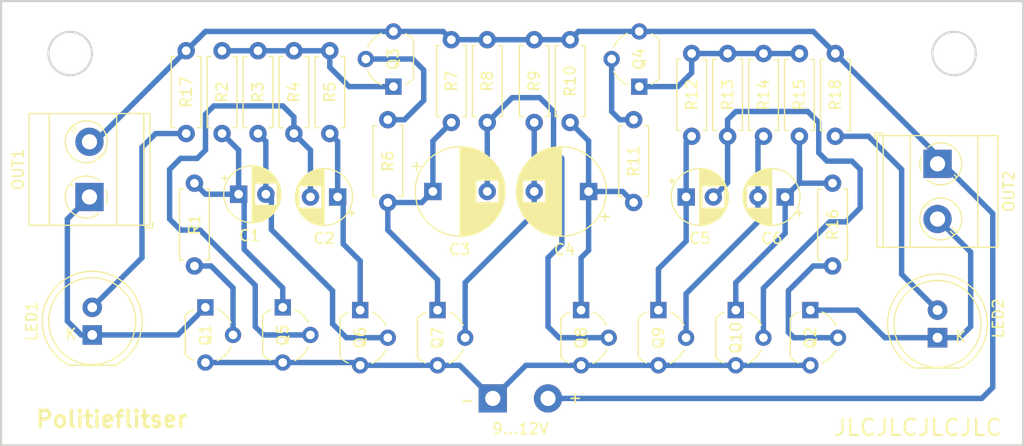
<source format=kicad_pcb>
(kicad_pcb (version 20221018) (generator pcbnew)
  (layers (0 "F.Cu" signal) (31 "B.Cu" signal) (34 "B.Paste" user) (35 "F.Paste" user) (36 "B.SilkS" user "B.Silkscreen") (37 "F.SilkS" user "F.Silkscreen") (38 "B.Mask" user) (39 "F.Mask" user) (44 "Edge.Cuts" user))
  (net 0 "")
  (net 1 "Net-(Q5-C)")
  (net 2 "Net-(Q6-B)")
  (net 3 "Net-(Q6-C)")
  (net 4 "Net-(Q5-B)")
  (net 5 "Net-(Q7-C)")
  (net 6 "Net-(Q8-B)")
  (net 7 "Net-(Q8-C)")
  (net 8 "Net-(Q7-B)")
  (net 9 "Net-(Q9-C)")
  (net 10 "Net-(Q10-B)")
  (net 11 "Net-(Q10-C)")
  (net 12 "Net-(Q9-B)")
  (net 13 "GND")
  (net 14 "+12V")
  (net 15 "Net-(D1-K)")
  (net 16 "Net-(D1-A)")
  (net 17 "Net-(Q1-B)")
  (net 18 "Net-(Q2-B)")
  (net 19 "Net-(Q3-C)")
  (net 20 "Net-(Q3-B)")
  (net 21 "Net-(Q4-C)")
  (net 22 "Net-(Q4-B)")
  (net 23 "Net-(D2-K)")
  (net 24 "Net-(D2-A)")
  (footprint "TerminalBlock_MetzConnect:TerminalBlock_MetzConnect_Type073_RT02602HBLU_1x02_P5.08mm_Horizontal" (layer "F.Cu") (at 108.966 39.365 -90)
    (fp_text reference "OUT2" (at 2.54 -6.56 90) (layer "F.SilkS"))
    (fp_text value "OUTPUT2")
    (pad "1" thru_hole rect (at 0 0 270) (size 2.6 2.6) (drill 1.4) (layers "*.Cu" "*.Mask") (net 14 "+12V"))
    (pad "2" thru_hole circle (at 5.08 0 270) (size 2.6 2.6) (drill 1.4) (layers "*.Cu" "*.Mask") (net 15 "Net-(D1-K)"))
  )
  (footprint "Resistor_THT:R_Axial_DIN0207_L6.3mm_D2.5mm_P7.62mm_Horizontal" (layer "F.Cu") (at 99.314 41.148 -90)
    (fp_text reference "R16" (at 3.81 0 90) (layer "F.SilkS"))
    (fp_text value "1k")
    (pad "1" thru_hole circle (at 0 0 270) (size 1.6 1.6) (drill 0.8) (layers "*.Cu" "*.Mask") (net 11 "Net-(Q10-C)"))
    (pad "2" thru_hole oval (at 7.62 0 270) (size 1.6 1.6) (drill 0.8) (layers "*.Cu" "*.Mask") (net 18 "Net-(Q2-B)"))
  )
  (footprint "Capacitor_THT:CP_Radial_D8.0mm_P5.00mm" (layer "F.Cu") (at 62.564 41.91)
    (fp_text reference "C3" (at 2.46 5.334) (layer "F.SilkS"))
    (fp_text value "100u")
    (pad "1" thru_hole rect (at 0 0) (size 1.6 1.6) (drill 0.8) (layers "*.Cu" "*.Mask") (net 5 "Net-(Q7-C)"))
    (pad "2" thru_hole circle (at 5 0) (size 1.6 1.6) (drill 0.8) (layers "*.Cu" "*.Mask") (net 6 "Net-(Q8-B)"))
  )
  (footprint "Capacitor_THT:CP_Radial_D5.0mm_P2.50mm" (layer "F.Cu") (at 94.956 42.418 180)
    (fp_text reference "C6" (at 1.23 -3.81) (layer "F.SilkS"))
    (fp_text value "10u")
    (pad "1" thru_hole rect (at 0 0 180) (size 1.6 1.6) (drill 0.8) (layers "*.Cu" "*.Mask") (net 11 "Net-(Q10-C)"))
    (pad "2" thru_hole circle (at 2.5 0 180) (size 1.6 1.6) (drill 0.8) (layers "*.Cu" "*.Mask") (net 12 "Net-(Q9-B)"))
  )
  (footprint "Resistor_THT:R_Axial_DIN0207_L6.3mm_D2.5mm_P7.62mm_Horizontal" (layer "F.Cu") (at 75.184 27.94 -90)
    (fp_text reference "R10" (at 3.81 0 90) (layer "F.SilkS"))
    (fp_text value "4k7")
    (pad "1" thru_hole circle (at 0 0 270) (size 1.6 1.6) (drill 0.8) (layers "*.Cu" "*.Mask") (net 14 "+12V"))
    (pad "2" thru_hole oval (at 7.62 0 270) (size 1.6 1.6) (drill 0.8) (layers "*.Cu" "*.Mask") (net 7 "Net-(Q8-C)"))
  )
  (footprint "Package_TO_SOT_THT:TO-92_Wide" (layer "F.Cu") (at 90.416 52.832 -90)
    (fp_text reference "Q10" (at 2.54 -0.008 90) (layer "F.SilkS"))
    (fp_text value "BC547")
    (pad "1" thru_hole rect (at 0 0 270) (size 1.5 1.5) (drill 0.8) (layers "*.Cu" "*.Mask") (net 11 "Net-(Q10-C)"))
    (pad "2" thru_hole circle (at 2.54 -2.54 270) (size 1.5 1.5) (drill 0.8) (layers "*.Cu" "*.Mask") (net 10 "Net-(Q10-B)"))
    (pad "3" thru_hole circle (at 5.08 0 270) (size 1.5 1.5) (drill 0.8) (layers "*.Cu" "*.Mask") (net 13 "GND"))
  )
  (footprint "Resistor_THT:R_Axial_DIN0207_L6.3mm_D2.5mm_P7.62mm_Horizontal" (layer "F.Cu") (at 89.662 29.21 -90)
    (fp_text reference "R13" (at 3.81 0 90) (layer "F.SilkS"))
    (fp_text value "33k")
    (pad "1" thru_hole circle (at 0 0 270) (size 1.6 1.6) (drill 0.8) (layers "*.Cu" "*.Mask") (net 21 "Net-(Q4-C)"))
    (pad "2" thru_hole oval (at 7.62 0 270) (size 1.6 1.6) (drill 0.8) (layers "*.Cu" "*.Mask") (net 10 "Net-(Q10-B)"))
  )
  (footprint "Resistor_THT:R_Axial_DIN0207_L6.3mm_D2.5mm_P7.62mm_Horizontal" (layer "F.Cu") (at 39.878 28.956 -90)
    (fp_text reference "R17" (at 3.81 0 90) (layer "F.SilkS"))
    (fp_text value "470")
    (pad "1" thru_hole circle (at 0 0 270) (size 1.6 1.6) (drill 0.8) (layers "*.Cu" "*.Mask") (net 14 "+12V"))
    (pad "2" thru_hole oval (at 7.62 0 270) (size 1.6 1.6) (drill 0.8) (layers "*.Cu" "*.Mask") (net 24 "Net-(D2-A)"))
  )
  (footprint "Resistor_THT:R_Axial_DIN0207_L6.3mm_D2.5mm_P7.62mm_Horizontal" (layer "F.Cu") (at 92.964 29.21 -90)
    (fp_text reference "R14" (at 3.81 0 90) (layer "F.SilkS"))
    (fp_text value "33k")
    (pad "1" thru_hole circle (at 0 0 270) (size 1.6 1.6) (drill 0.8) (layers "*.Cu" "*.Mask") (net 21 "Net-(Q4-C)"))
    (pad "2" thru_hole oval (at 7.62 0 270) (size 1.6 1.6) (drill 0.8) (layers "*.Cu" "*.Mask") (net 12 "Net-(Q9-B)"))
  )
  (footprint "Resistor_THT:R_Axial_DIN0207_L6.3mm_D2.5mm_P7.62mm_Horizontal" (layer "F.Cu") (at 99.568 29.21 -90)
    (fp_text reference "R18" (at 3.81 0 90) (layer "F.SilkS"))
    (fp_text value "470")
    (pad "1" thru_hole circle (at 0 0 270) (size 1.6 1.6) (drill 0.8) (layers "*.Cu" "*.Mask") (net 14 "+12V"))
    (pad "2" thru_hole oval (at 7.62 0 270) (size 1.6 1.6) (drill 0.8) (layers "*.Cu" "*.Mask") (net 16 "Net-(D1-A)"))
  )
  (footprint "Package_TO_SOT_THT:TO-92_Wide" (layer "F.Cu") (at 58.936 32.258 90)
    (fp_text reference "Q3" (at 2.54 -0.008 90) (layer "F.SilkS"))
    (fp_text value "BC327")
    (pad "1" thru_hole rect (at 0 0 90) (size 1.5 1.5) (drill 0.8) (layers "*.Cu" "*.Mask") (net 19 "Net-(Q3-C)"))
    (pad "2" thru_hole circle (at 2.54 -2.54 90) (size 1.5 1.5) (drill 0.8) (layers "*.Cu" "*.Mask") (net 20 "Net-(Q3-B)"))
    (pad "3" thru_hole circle (at 5.08 0 90) (size 1.5 1.5) (drill 0.8) (layers "*.Cu" "*.Mask") (net 14 "+12V"))
  )
  (footprint "Capacitor_THT:CP_Radial_D5.0mm_P2.50mm" (layer "F.Cu") (at 44.704 42.164)
    (fp_text reference "C1" (at 1.016 3.81) (layer "F.SilkS"))
    (fp_text value "10u")
    (pad "1" thru_hole rect (at 0 0) (size 1.6 1.6) (drill 0.8) (layers "*.Cu" "*.Mask") (net 1 "Net-(Q5-C)"))
    (pad "2" thru_hole circle (at 2.5 0) (size 1.6 1.6) (drill 0.8) (layers "*.Cu" "*.Mask") (net 2 "Net-(Q6-B)"))
  )
  (footprint "Package_TO_SOT_THT:TO-92_Wide" (layer "F.Cu") (at 81.542 32.258 90)
    (fp_text reference "Q4" (at 2.54 -0.008 90) (layer "F.SilkS"))
    (fp_text value "BC327")
    (pad "1" thru_hole rect (at 0 0 90) (size 1.5 1.5) (drill 0.8) (layers "*.Cu" "*.Mask") (net 21 "Net-(Q4-C)"))
    (pad "2" thru_hole circle (at 2.54 -2.54 90) (size 1.5 1.5) (drill 0.8) (layers "*.Cu" "*.Mask") (net 22 "Net-(Q4-B)"))
    (pad "3" thru_hole circle (at 5.08 0 90) (size 1.5 1.5) (drill 0.8) (layers "*.Cu" "*.Mask") (net 14 "+12V"))
  )
  (footprint "Capacitor_THT:CP_Radial_D5.0mm_P2.50mm" (layer "F.Cu") (at 53.808 42.418 180)
    (fp_text reference "C2" (at 1.23 -3.81) (layer "F.SilkS"))
    (fp_text value "10u")
    (pad "1" thru_hole rect (at 0 0 180) (size 1.6 1.6) (drill 0.8) (layers "*.Cu" "*.Mask") (net 3 "Net-(Q6-C)"))
    (pad "2" thru_hole circle (at 2.5 0 180) (size 1.6 1.6) (drill 0.8) (layers "*.Cu" "*.Mask") (net 4 "Net-(Q5-B)"))
  )
  (footprint "Resistor_THT:R_Axial_DIN0207_L6.3mm_D2.5mm_P7.62mm_Horizontal" (layer "F.Cu") (at 64.262 27.94 -90)
    (fp_text reference "R7" (at 3.81 0 90) (layer "F.SilkS"))
    (fp_text value "4k7")
    (pad "1" thru_hole circle (at 0 0 270) (size 1.6 1.6) (drill 0.8) (layers "*.Cu" "*.Mask") (net 14 "+12V"))
    (pad "2" thru_hole oval (at 7.62 0 270) (size 1.6 1.6) (drill 0.8) (layers "*.Cu" "*.Mask") (net 5 "Net-(Q7-C)"))
  )
  (footprint "Package_TO_SOT_THT:TO-92_Wide" (layer "F.Cu") (at 48.76 52.578 -90)
    (fp_text reference "Q5" (at 2.55 -0.008 90) (layer "F.SilkS"))
    (fp_text value "BC547")
    (pad "1" thru_hole rect (at 0 0 270) (size 1.5 1.5) (drill 0.8) (layers "*.Cu" "*.Mask") (net 1 "Net-(Q5-C)"))
    (pad "2" thru_hole circle (at 2.54 -2.54 270) (size 1.5 1.5) (drill 0.8) (layers "*.Cu" "*.Mask") (net 4 "Net-(Q5-B)"))
    (pad "3" thru_hole circle (at 5.08 0 270) (size 1.5 1.5) (drill 0.8) (layers "*.Cu" "*.Mask") (net 13 "GND"))
  )
  (footprint "LED_THT:LED_D8.0mm" (layer "F.Cu") (at 31.242 55.118 90)
    (fp_text reference "LED1" (at 1.27 -5.56 90) (layer "F.SilkS"))
    (fp_text value "LED")
    (pad "1" thru_hole rect (at 0 0 90) (size 1.8 1.8) (drill 0.9) (layers "*.Cu" "*.Mask") (net 23 "Net-(D2-K)"))
    (pad "2" thru_hole circle (at 2.54 0 90) (size 1.8 1.8) (drill 0.9) (layers "*.Cu" "*.Mask") (net 24 "Net-(D2-A)"))
  )
  (footprint "Package_TO_SOT_THT:TO-92_Wide" (layer "F.Cu") (at 55.88 52.832 -90)
    (fp_text reference "Q6" (at 2.54 0 90) (layer "F.SilkS"))
    (fp_text value "BC547")
    (pad "1" thru_hole rect (at 0 0 270) (size 1.5 1.5) (drill 0.8) (layers "*.Cu" "*.Mask") (net 3 "Net-(Q6-C)"))
    (pad "2" thru_hole circle (at 2.54 -2.54 270) (size 1.5 1.5) (drill 0.8) (layers "*.Cu" "*.Mask") (net 2 "Net-(Q6-B)"))
    (pad "3" thru_hole circle (at 5.08 0 270) (size 1.5 1.5) (drill 0.8) (layers "*.Cu" "*.Mask") (net 13 "GND"))
  )
  (footprint "Capacitor_THT:CP_Radial_D5.0mm_P2.50mm" (layer "F.Cu") (at 85.852 42.418)
    (fp_text reference "C5" (at 1.27 3.81) (layer "F.SilkS"))
    (fp_text value "10u")
    (pad "1" thru_hole rect (at 0 0) (size 1.6 1.6) (drill 0.8) (layers "*.Cu" "*.Mask") (net 9 "Net-(Q9-C)"))
    (pad "2" thru_hole circle (at 2.5 0) (size 1.6 1.6) (drill 0.8) (layers "*.Cu" "*.Mask") (net 10 "Net-(Q10-B)"))
  )
  (footprint "Package_TO_SOT_THT:TO-92_Wide" (layer "F.Cu") (at 76.192 52.832 -90)
    (fp_text reference "Q8" (at 2.55 -0.008 90) (layer "F.SilkS"))
    (fp_text value "BC547")
    (pad "1" thru_hole rect (at 0 0 270) (size 1.5 1.5) (drill 0.8) (layers "*.Cu" "*.Mask") (net 7 "Net-(Q8-C)"))
    (pad "2" thru_hole circle (at 2.54 -2.54 270) (size 1.5 1.5) (drill 0.8) (layers "*.Cu" "*.Mask") (net 6 "Net-(Q8-B)"))
    (pad "3" thru_hole circle (at 5.08 0 270) (size 1.5 1.5) (drill 0.8) (layers "*.Cu" "*.Mask") (net 13 "GND"))
  )
  (footprint "Package_TO_SOT_THT:TO-92_Wide" (layer "F.Cu") (at 41.648 52.578 -90)
    (fp_text reference "Q1" (at 2.54 -0.008 90) (layer "F.SilkS"))
    (fp_text value "BC337")
    (pad "1" thru_hole rect (at 0 0 270) (size 1.5 1.5) (drill 0.8) (layers "*.Cu" "*.Mask") (net 23 "Net-(D2-K)"))
    (pad "2" thru_hole circle (at 2.54 -2.54 270) (size 1.5 1.5) (drill 0.8) (layers "*.Cu" "*.Mask") (net 17 "Net-(Q1-B)"))
    (pad "3" thru_hole circle (at 5.08 0 270) (size 1.5 1.5) (drill 0.8) (layers "*.Cu" "*.Mask") (net 13 "GND"))
  )
  (footprint "Package_TO_SOT_THT:TO-92_Wide" (layer "F.Cu") (at 83.304 52.832 -90)
    (fp_text reference "Q9" (at 2.55 -0.008 90) (layer "F.SilkS"))
    (fp_text value "BC547")
    (pad "1" thru_hole rect (at 0 0 270) (size 1.5 1.5) (drill 0.8) (layers "*.Cu" "*.Mask") (net 9 "Net-(Q9-C)"))
    (pad "2" thru_hole circle (at 2.54 -2.54 270) (size 1.5 1.5) (drill 0.8) (layers "*.Cu" "*.Mask") (net 12 "Net-(Q9-B)"))
    (pad "3" thru_hole circle (at 5.08 0 270) (size 1.5 1.5) (drill 0.8) (layers "*.Cu" "*.Mask") (net 13 "GND"))
  )
  (footprint "Capacitor_THT:CP_Radial_D8.0mm_P5.00mm" (layer "F.Cu") (at 76.882 41.91 180)
    (fp_text reference "C4" (at 2.206 -5.334) (layer "F.SilkS"))
    (fp_text value "100u")
    (pad "1" thru_hole rect (at 0 0 180) (size 1.6 1.6) (drill 0.8) (layers "*.Cu" "*.Mask") (net 7 "Net-(Q8-C)"))
    (pad "2" thru_hole circle (at 5 0 180) (size 1.6 1.6) (drill 0.8) (layers "*.Cu" "*.Mask") (net 8 "Net-(Q7-B)"))
  )
  (footprint "Resistor_THT:R_Axial_DIN0207_L6.3mm_D2.5mm_P7.62mm_Horizontal" (layer "F.Cu") (at 58.42 35.306 -90)
    (fp_text reference "R6" (at 3.81 0 90) (layer "F.SilkS"))
    (fp_text value "1k")
    (pad "1" thru_hole circle (at 0 0 270) (size 1.6 1.6) (drill 0.8) (layers "*.Cu" "*.Mask") (net 20 "Net-(Q3-B)"))
    (pad "2" thru_hole oval (at 7.62 0 270) (size 1.6 1.6) (drill 0.8) (layers "*.Cu" "*.Mask") (net 5 "Net-(Q7-C)"))
  )
  (footprint "Resistor_THT:R_Axial_DIN0207_L6.3mm_D2.5mm_P7.62mm_Horizontal" (layer "F.Cu") (at 96.266 29.21 -90)
    (fp_text reference "R15" (at 3.81 0 90) (layer "F.SilkS"))
    (fp_text value "4k7")
    (pad "1" thru_hole circle (at 0 0 270) (size 1.6 1.6) (drill 0.8) (layers "*.Cu" "*.Mask") (net 21 "Net-(Q4-C)"))
    (pad "2" thru_hole oval (at 7.62 0 270) (size 1.6 1.6) (drill 0.8) (layers "*.Cu" "*.Mask") (net 11 "Net-(Q10-C)"))
  )
  (footprint "LED_THT:LED_D8.0mm" (layer "F.Cu") (at 108.966 55.372 90)
    (fp_text reference "LED2" (at 1.778 5.588 90) (layer "F.SilkS"))
    (fp_text value "LED")
    (pad "1" thru_hole rect (at 0 0 90) (size 1.8 1.8) (drill 0.9) (layers "*.Cu" "*.Mask") (net 15 "Net-(D1-K)"))
    (pad "2" thru_hole circle (at 2.54 0 90) (size 1.8 1.8) (drill 0.9) (layers "*.Cu" "*.Mask") (net 16 "Net-(D1-A)"))
  )
  (footprint "Resistor_THT:R_Axial_DIN0207_L6.3mm_D2.5mm_P7.62mm_Horizontal" (layer "F.Cu") (at 71.882 27.94 -90)
    (fp_text reference "R9" (at 3.81 0 90) (layer "F.SilkS"))
    (fp_text value "33k")
    (pad "1" thru_hole circle (at 0 0 270) (size 1.6 1.6) (drill 0.8) (layers "*.Cu" "*.Mask") (net 14 "+12V"))
    (pad "2" thru_hole oval (at 7.62 0 270) (size 1.6 1.6) (drill 0.8) (layers "*.Cu" "*.Mask") (net 8 "Net-(Q7-B)"))
  )
  (footprint "Resistor_THT:R_Axial_DIN0207_L6.3mm_D2.5mm_P7.62mm_Horizontal" (layer "F.Cu") (at 43.18 28.956 -90)
    (fp_text reference "R2" (at 3.81 0 90) (layer "F.SilkS"))
    (fp_text value "4K7")
    (pad "1" thru_hole circle (at 0 0 270) (size 1.6 1.6) (drill 0.8) (layers "*.Cu" "*.Mask") (net 19 "Net-(Q3-C)"))
    (pad "2" thru_hole oval (at 7.62 0 270) (size 1.6 1.6) (drill 0.8) (layers "*.Cu" "*.Mask") (net 1 "Net-(Q5-C)"))
  )
  (footprint "Resistor_THT:R_Axial_DIN0207_L6.3mm_D2.5mm_P7.62mm_Horizontal" (layer "F.Cu") (at 49.784 28.956 -90)
    (fp_text reference "R4" (at 3.81 0 90) (layer "F.SilkS"))
    (fp_text value "33K")
    (pad "1" thru_hole circle (at 0 0 270) (size 1.6 1.6) (drill 0.8) (layers "*.Cu" "*.Mask") (net 19 "Net-(Q3-C)"))
    (pad "2" thru_hole oval (at 7.62 0 270) (size 1.6 1.6) (drill 0.8) (layers "*.Cu" "*.Mask") (net 4 "Net-(Q5-B)"))
  )
  (footprint "Resistor_THT:R_Axial_DIN0207_L6.3mm_D2.5mm_P7.62mm_Horizontal" (layer "F.Cu") (at 81.026 42.926 90)
    (fp_text reference "R11" (at 3.81 0 90) (layer "F.SilkS"))
    (fp_text value "1k")
    (pad "1" thru_hole circle (at 0 0 90) (size 1.6 1.6) (drill 0.8) (layers "*.Cu" "*.Mask") (net 7 "Net-(Q8-C)"))
    (pad "2" thru_hole oval (at 7.62 0 90) (size 1.6 1.6) (drill 0.8) (layers "*.Cu" "*.Mask") (net 22 "Net-(Q4-B)"))
  )
  (footprint "Resistor_THT:R_Axial_DIN0207_L6.3mm_D2.5mm_P7.62mm_Horizontal" (layer "F.Cu") (at 46.482 28.956 -90)
    (fp_text reference "R3" (at 3.81 0 90) (layer "F.SilkS"))
    (fp_text value "33K")
    (pad "1" thru_hole circle (at 0 0 270) (size 1.6 1.6) (drill 0.8) (layers "*.Cu" "*.Mask") (net 19 "Net-(Q3-C)"))
    (pad "2" thru_hole oval (at 7.62 0 270) (size 1.6 1.6) (drill 0.8) (layers "*.Cu" "*.Mask") (net 2 "Net-(Q6-B)"))
  )
  (footprint "Resistor_THT:R_Axial_DIN0207_L6.3mm_D2.5mm_P7.62mm_Horizontal" (layer "F.Cu") (at 67.564 27.94 -90)
    (fp_text reference "R8" (at 3.81 0 90) (layer "F.SilkS"))
    (fp_text value "33k")
    (pad "1" thru_hole circle (at 0 0 270) (size 1.6 1.6) (drill 0.8) (layers "*.Cu" "*.Mask") (net 14 "+12V"))
    (pad "2" thru_hole oval (at 7.62 0 270) (size 1.6 1.6) (drill 0.8) (layers "*.Cu" "*.Mask") (net 6 "Net-(Q8-B)"))
  )
  (footprint "Package_TO_SOT_THT:TO-92_Wide" (layer "F.Cu") (at 97.274 52.832 -90)
    (fp_text reference "Q2" (at 2.54 -0.008 90) (layer "F.SilkS"))
    (fp_text value "BC337")
    (pad "1" thru_hole rect (at 0 0 270) (size 1.5 1.5) (drill 0.8) (layers "*.Cu" "*.Mask") (net 15 "Net-(D1-K)"))
    (pad "2" thru_hole circle (at 2.54 -2.54 270) (size 1.5 1.5) (drill 0.8) (layers "*.Cu" "*.Mask") (net 18 "Net-(Q2-B)"))
    (pad "3" thru_hole circle (at 5.08 0 270) (size 1.5 1.5) (drill 0.8) (layers "*.Cu" "*.Mask") (net 13 "GND"))
  )
  (footprint "Package_TO_SOT_THT:TO-92_Wide" (layer "F.Cu") (at 62.992 52.832 -90)
    (fp_text reference "Q7" (at 2.55 0 90) (layer "F.SilkS"))
    (fp_text value "BC547")
    (pad "1" thru_hole rect (at 0 0 270) (size 1.5 1.5) (drill 0.8) (layers "*.Cu" "*.Mask") (net 5 "Net-(Q7-C)"))
    (pad "2" thru_hole circle (at 2.54 -2.54 270) (size 1.5 1.5) (drill 0.8) (layers "*.Cu" "*.Mask") (net 8 "Net-(Q7-B)"))
    (pad "3" thru_hole circle (at 5.08 0 270) (size 1.5 1.5) (drill 0.8) (layers "*.Cu" "*.Mask") (net 13 "GND"))
  )
  (footprint "TerminalBlock_MetzConnect:TerminalBlock_MetzConnect_Type073_RT02602HBLU_1x02_P5.08mm_Horizontal" (layer "F.Cu") (at 68.072 60.96)
    (fp_text reference "9...12V" (at 2.54 2.794) (layer "F.SilkS"))
    (fp_text value "12V")
    (pad "1" thru_hole rect (at 0 0) (size 2.6 2.6) (drill 1.4) (layers "*.Cu" "*.Mask") (net 13 "GND"))
    (pad "2" thru_hole circle (at 5.08 0) (size 2.6 2.6) (drill 1.4) (layers "*.Cu" "*.Mask") (net 14 "+12V"))
  )
  (footprint "Resistor_THT:R_Axial_DIN0207_L6.3mm_D2.5mm_P7.62mm_Horizontal" (layer "F.Cu") (at 53.086 28.956 -90)
    (fp_text reference "R5" (at 3.81 0 90) (layer "F.SilkS"))
    (fp_text value "4k7")
    (pad "1" thru_hole circle (at 0 0 270) (size 1.6 1.6) (drill 0.8) (layers "*.Cu" "*.Mask") (net 19 "Net-(Q3-C)"))
    (pad "2" thru_hole oval (at 7.62 0 270) (size 1.6 1.6) (drill 0.8) (layers "*.Cu" "*.Mask") (net 3 "Net-(Q6-C)"))
  )
  (footprint "Resistor_THT:R_Axial_DIN0207_L6.3mm_D2.5mm_P7.62mm_Horizontal" (layer "F.Cu") (at 40.64 48.768 90)
    (fp_text reference "R1" (at 3.81 0 90) (layer "F.SilkS"))
    (fp_text value "1K")
    (pad "1" thru_hole circle (at 0 0 90) (size 1.6 1.6) (drill 0.8) (layers "*.Cu" "*.Mask") (net 17 "Net-(Q1-B)"))
    (pad "2" thru_hole oval (at 7.62 0 90) (size 1.6 1.6) (drill 0.8) (layers "*.Cu" "*.Mask") (net 1 "Net-(Q5-C)"))
  )
  (footprint "Resistor_THT:R_Axial_DIN0207_L6.3mm_D2.5mm_P7.62mm_Horizontal" (layer "F.Cu") (at 86.36 29.21 -90)
    (fp_text reference "R12" (at 3.81 0 90) (layer "F.SilkS"))
    (fp_text value "4k7")
    (pad "1" thru_hole circle (at 0 0 270) (size 1.6 1.6) (drill 0.8) (layers "*.Cu" "*.Mask") (net 21 "Net-(Q4-C)"))
    (pad "2" thru_hole oval (at 7.62 0 270) (size 1.6 1.6) (drill 0.8) (layers "*.Cu" "*.Mask") (net 9 "Net-(Q9-C)"))
  )
  (footprint "TerminalBlock_MetzConnect:TerminalBlock_MetzConnect_Type073_RT02602HBLU_1x02_P5.08mm_Horizontal" (layer "F.Cu") (at 30.988 42.418 90)
    (fp_text reference "OUT1" (at 2.54 -6.56 90) (layer "F.SilkS"))
    (fp_text value "OUTPUT1")
    (pad "1" thru_hole rect (at 0 0 90) (size 2.6 2.6) (drill 1.4) (layers "*.Cu" "*.Mask") (net 23 "Net-(D2-K)"))
    (pad "2" thru_hole circle (at 5.08 0 90) (size 2.6 2.6) (drill 1.4) (layers "*.Cu" "*.Mask") (net 14 "+12V"))
  )
  (gr_circle (center 110.49 29.21) (end 112.49 29.21) (stroke (width 0.2)) (fill none) (layer "Edge.Cuts"))
  (gr_rect (start 22.86 24.384) (end 116.84 65.278) (stroke (width 0.2)) (fill none) (layer "Edge.Cuts"))
  (gr_circle (center 29.21 29.21) (end 31.21 29.21) (stroke (width 0.2)) (fill none) (layer "Edge.Cuts"))
  (gr_text "+" (at 74.93 61.468) (layer "F.SilkS") (effects (font (size 1 1)) (justify left bottom)))
  (gr_text "JLCJLCJLCJLC" (at 99.314 64.516) (layer "F.SilkS") (effects (font (size 1.5 1.5) (thickness 0.2)) (justify left bottom)))
  (gr_text "-" (at 65.024 61.722) (layer "F.SilkS") (effects (font (size 1 1)) (justify left bottom)))
  (gr_text "Politieflitser" (at 25.908 63.754) (layer "F.SilkS") (effects (font (size 1.5 1.5) (thickness 0.3) bold) (justify left bottom)))
  (gr_text "K" (at 28.702 55.626) (layer "F.SilkS") (effects (font (size 1 1)) (justify left bottom)))
  (gr_text "K" (at 110.49 55.88) (layer "F.SilkS") (effects (font (size 1 1)) (justify left bottom)))
  (segment (start 48.76 50.792) (end 48.76 52.578) (width 0.5) (layer "B.Cu") (net 1))
  (segment (start 44.704 38.1) (end 43.18 36.576) (width 0.5) (layer "B.Cu") (net 1))
  (segment (start 41.656 42.164) (end 44.704 42.164) (width 0.5) (layer "B.Cu") (net 1))
  (segment (start 45.212 42.164) (end 45.212 47.244) (width 0.5) (layer "B.Cu") (net 1))
  (segment (start 45.212 47.244) (end 48.76 50.792) (width 0.5) (layer "B.Cu") (net 1))
  (segment (start 44.704 42.164) (end 44.704 38.1) (width 0.5) (layer "B.Cu") (net 1))
  (segment (start 44.918 42.164) (end 45.212 42.164) (width 0.5) (layer "B.Cu") (net 1))
  (segment (start 40.64 41.148) (end 41.656 42.164) (width 0.5) (layer "B.Cu") (net 1))
  (segment (start 53.34 54.102) (end 54.61 55.372) (width 0.5) (layer "B.Cu") (net 2))
  (segment (start 47.204 42.164) (end 47.204 37.298) (width 0.5) (layer "B.Cu") (net 2))
  (segment (start 54.61 55.372) (end 58.666 55.372) (width 0.5) (layer "B.Cu") (net 2))
  (segment (start 53.34 51.054) (end 53.34 54.102) (width 0.5) (layer "B.Cu") (net 2))
  (segment (start 47.712 42.164) (end 47.712 45.426) (width 0.5) (layer "B.Cu") (net 2))
  (segment (start 47.204 37.298) (end 46.482 36.576) (width 0.5) (layer "B.Cu") (net 2))
  (segment (start 47.712 45.426) (end 53.34 51.054) (width 0.5) (layer "B.Cu") (net 2))
  (segment (start 55.88 48.3) (end 55.88 52.832) (width 0.5) (layer "B.Cu") (net 3))
  (segment (start 53.808 37.298) (end 53.086 36.576) (width 0.5) (layer "B.Cu") (net 3))
  (segment (start 53.808 42.418) (end 53.808 37.298) (width 0.5) (layer "B.Cu") (net 3))
  (segment (start 54.316 42.418) (end 54.316 46.736) (width 0.5) (layer "B.Cu") (net 3))
  (segment (start 54.316 46.736) (end 55.88 48.3) (width 0.5) (layer "B.Cu") (net 3))
  (segment (start 39.37 38.862) (end 40.894 38.862) (width 0.5) (layer "B.Cu") (net 4))
  (segment (start 50.792 55.118) (end 46.99 55.118) (width 0.5) (layer "B.Cu") (net 4))
  (segment (start 51.308 42.418) (end 51.308 38.1) (width 0.5) (layer "B.Cu") (net 4))
  (segment (start 41.148 45.466) (end 39.37 45.466) (width 0.5) (layer "B.Cu") (net 4))
  (segment (start 41.656 38.1) (end 41.656 34.798) (width 0.5) (layer "B.Cu") (net 4))
  (segment (start 46.228 54.356) (end 46.228 50.546) (width 0.5) (layer "B.Cu") (net 4))
  (segment (start 38.354 44.45) (end 38.354 39.878) (width 0.5) (layer "B.Cu") (net 4))
  (segment (start 46.228 50.546) (end 41.148 45.466) (width 0.5) (layer "B.Cu") (net 4))
  (segment (start 42.418 34.036) (end 48.768 34.036) (width 0.5) (layer "B.Cu") (net 4))
  (segment (start 39.37 45.466) (end 38.354 44.45) (width 0.5) (layer "B.Cu") (net 4))
  (segment (start 40.894 38.862) (end 41.656 38.1) (width 0.5) (layer "B.Cu") (net 4))
  (segment (start 48.768 34.036) (end 49.784 35.052) (width 0.5) (layer "B.Cu") (net 4))
  (segment (start 49.784 35.052) (end 49.784 36.576) (width 0.5) (layer "B.Cu") (net 4))
  (segment (start 46.99 55.118) (end 46.228 54.356) (width 0.5) (layer "B.Cu") (net 4))
  (segment (start 51.308 38.1) (end 49.784 36.576) (width 0.5) (layer "B.Cu") (net 4))
  (segment (start 41.656 34.798) (end 42.418 34.036) (width 0.5) (layer "B.Cu") (net 4))
  (segment (start 38.354 39.878) (end 39.37 38.862) (width 0.5) (layer "B.Cu") (net 4))
  (segment (start 58.42 42.926) (end 58.42 45.466) (width 0.5) (layer "B.Cu") (net 5))
  (segment (start 62.564 37.258) (end 64.262 35.56) (width 0.5) (layer "B.Cu") (net 5))
  (segment (start 62.992 50.038) (end 62.992 52.832) (width 0.5) (layer "B.Cu") (net 5))
  (segment (start 58.42 42.926) (end 61.548 42.926) (width 0.5) (layer "B.Cu") (net 5))
  (segment (start 61.548 42.926) (end 62.564 41.91) (width 0.5) (layer "B.Cu") (net 5))
  (segment (start 62.564 41.91) (end 62.564 37.258) (width 0.5) (layer "B.Cu") (net 5))
  (segment (start 58.42 45.466) (end 62.992 50.038) (width 0.5) (layer "B.Cu") (net 5))
  (segment (start 73.66 34.544) (end 73.66 38.1) (width 0.5) (layer "B.Cu") (net 6))
  (segment (start 74.422 38.862) (end 74.422 46.736) (width 0.5) (layer "B.Cu") (net 6))
  (segment (start 78.732 55.372) (end 74.168 55.372) (width 0.5) (layer "B.Cu") (net 6))
  (segment (start 73.152 48.006) (end 73.152 54.356) (width 0.5) (layer "B.Cu") (net 6))
  (segment (start 69.85 33.274) (end 72.39 33.274) (width 0.5) (layer "B.Cu") (net 6))
  (segment (start 74.422 46.736) (end 73.152 48.006) (width 0.5) (layer "B.Cu") (net 6))
  (segment (start 72.39 33.274) (end 73.66 34.544) (width 0.5) (layer "B.Cu") (net 6))
  (segment (start 67.564 41.91) (end 67.564 35.56) (width 0.5) (layer "B.Cu") (net 6))
  (segment (start 67.564 35.56) (end 69.85 33.274) (width 0.5) (layer "B.Cu") (net 6))
  (segment (start 73.66 38.1) (end 74.422 38.862) (width 0.5) (layer "B.Cu") (net 6))
  (segment (start 73.152 54.356) (end 74.168 55.372) (width 0.5) (layer "B.Cu") (net 6))
  (segment (start 76.192 48.014) (end 76.192 52.832) (width 0.5) (layer "B.Cu") (net 7))
  (segment (start 76.882 41.91) (end 80.01 41.91) (width 0.5) (layer "B.Cu") (net 7))
  (segment (start 76.882 41.91) (end 76.882 47.324) (width 0.5) (layer "B.Cu") (net 7))
  (segment (start 76.882 41.91) (end 76.882 37.258) (width 0.5) (layer "B.Cu") (net 7))
  (segment (start 80.01 41.91) (end 81.026 42.926) (width 0.5) (layer "B.Cu") (net 7))
  (segment (start 76.882 37.258) (end 75.184 35.56) (width 0.5) (layer "B.Cu") (net 7))
  (segment (start 76.882 47.324) (end 76.192 48.014) (width 0.5) (layer "B.Cu") (net 7))
  (segment (start 71.882 41.91) (end 71.882 35.56) (width 0.5) (layer "B.Cu") (net 8))
  (segment (start 65.532 50.292) (end 71.882 43.942) (width 0.5) (layer "B.Cu") (net 8))
  (segment (start 65.532 55.372) (end 65.532 50.292) (width 0.5) (layer "B.Cu") (net 8))
  (segment (start 71.882 43.942) (end 71.882 41.91) (width 0.5) (layer "B.Cu") (net 8))
  (segment (start 83.304 52.832) (end 83.304 49.03) (width 0.5) (layer "B.Cu") (net 9))
  (segment (start 86.36 36.83) (end 85.852 37.338) (width 0.5) (layer "B.Cu") (net 9))
  (segment (start 85.852 46.482) (end 85.852 42.418) (width 0.5) (layer "B.Cu") (net 9))
  (segment (start 85.852 37.338) (end 85.852 42.418) (width 0.5) (layer "B.Cu") (net 9))
  (segment (start 85.852 46.482) (end 83.304 49.03) (width 0.5) (layer "B.Cu") (net 9))
  (segment (start 92.956 55.372) (end 92.956 50.808) (width 0.5) (layer "B.Cu") (net 10))
  (segment (start 99.06 44.704) (end 100.584 44.704) (width 0.5) (layer "B.Cu") (net 10))
  (segment (start 101.854 43.434) (end 101.854 39.878) (width 0.5) (layer "B.Cu") (net 10))
  (segment (start 100.584 44.704) (end 101.854 43.434) (width 0.5) (layer "B.Cu") (net 10))
  (segment (start 98.044 35.56) (end 97.028 34.544) (width 0.5) (layer "B.Cu") (net 10))
  (segment (start 101.092 39.116) (end 98.806 39.116) (width 0.5) (layer "B.Cu") (net 10))
  (segment (start 89.662 41.108) (end 88.86 41.91) (width 0.5) (layer "B.Cu") (net 10))
  (segment (start 98.044 38.354) (end 98.044 35.56) (width 0.5) (layer "B.Cu") (net 10))
  (segment (start 97.028 34.544) (end 90.424 34.544) (width 0.5) (layer "B.Cu") (net 10))
  (segment (start 90.424 34.544) (end 89.662 35.306) (width 0.5) (layer "B.Cu") (net 10))
  (segment (start 89.662 36.83) (end 89.662 41.108) (width 0.5) (layer "B.Cu") (net 10))
  (segment (start 89.662 35.306) (end 89.662 36.83) (width 0.5) (layer "B.Cu") (net 10))
  (segment (start 98.806 39.116) (end 98.044 38.354) (width 0.5) (layer "B.Cu") (net 10))
  (segment (start 92.956 50.808) (end 99.06 44.704) (width 0.5) (layer "B.Cu") (net 10))
  (segment (start 101.854 39.878) (end 101.092 39.116) (width 0.5) (layer "B.Cu") (net 10))
  (segment (start 94.956 42.418) (end 96.226 41.148) (width 0.5) (layer "B.Cu") (net 11))
  (segment (start 90.416 50.3) (end 94.956 45.76) (width 0.5) (layer "B.Cu") (net 11))
  (segment (start 96.226 41.148) (end 96.306 41.148) (width 0.5) (layer "B.Cu") (net 11))
  (segment (start 90.416 50.3) (end 90.416 52.832) (width 0.5) (layer "B.Cu") (net 11))
  (segment (start 96.306 41.148) (end 99.314 41.148) (width 0.5) (layer "B.Cu") (net 11))
  (segment (start 94.956 45.76) (end 94.956 42.418) (width 0.5) (layer "B.Cu") (net 11))
  (segment (start 96.266 41.108) (end 96.306 41.148) (width 0.5) (layer "B.Cu") (net 11))
  (segment (start 96.266 36.83) (end 96.266 41.108) (width 0.5) (layer "B.Cu") (net 11))
  (segment (start 92.456 42.418) (end 92.456 37.338) (width 0.5) (layer "B.Cu") (net 12))
  (segment (start 92.456 44.704) (end 92.456 42.418) (width 0.5) (layer "B.Cu") (net 12))
  (segment (start 85.844 51.316) (end 92.456 44.704) (width 0.5) (layer "B.Cu") (net 12))
  (segment (start 92.456 37.338) (end 92.964 36.83) (width 0.5) (layer "B.Cu") (net 12))
  (segment (start 85.844 51.316) (end 85.844 55.372) (width 0.5) (layer "B.Cu") (net 12))
  (segment (start 83.304 57.912) (end 90.416 57.912) (width 0.5) (layer "B.Cu") (net 13))
  (segment (start 71.12 57.912) (end 68.072 60.96) (width 0.5) (layer "B.Cu") (net 13))
  (segment (start 48.252 57.658) (end 55.872 57.658) (width 0.5) (layer "B.Cu") (net 13))
  (segment (start 65.024 57.912) (end 68.072 60.96) (width 0.5) (layer "B.Cu") (net 13))
  (segment (start 56.126 57.912) (end 62.992 57.912) (width 0.5) (layer "B.Cu") (net 13))
  (segment (start 62.992 57.912) (end 65.024 57.912) (width 0.5) (layer "B.Cu") (net 13))
  (segment (start 90.416 57.912) (end 97.274 57.912) (width 0.5) (layer "B.Cu") (net 13))
  (segment (start 55.872 57.658) (end 56.126 57.912) (width 0.5) (layer "B.Cu") (net 13))
  (segment (start 76.192 57.912) (end 71.12 57.912) (width 0.5) (layer "B.Cu") (net 13))
  (segment (start 41.14 57.658) (end 48.252 57.658) (width 0.5) (layer "B.Cu") (net 13))
  (segment (start 76.192 57.912) (end 83.304 57.912) (width 0.5) (layer "B.Cu") (net 13))
  (segment (start 39.878 28.956) (end 31.496 37.338) (width 0.5) (layer "B.Cu") (net 14))
  (segment (start 67.564 27.94) (end 64.262 27.94) (width 0.5) (layer "B.Cu") (net 14))
  (segment (start 109.469 39.365) (end 114.046 43.942) (width 0.5) (layer "B.Cu") (net 14))
  (segment (start 31.496 37.338) (end 30.988 37.338) (width 0.5) (layer "B.Cu") (net 14))
  (segment (start 113.03 60.96) (end 114.046 59.944) (width 0.5) (layer "B.Cu") (net 14))
  (segment (start 73.152 60.96) (end 113.03 60.96) (width 0.5) (layer "B.Cu") (net 14))
  (segment (start 75.184 27.94) (end 75.946 27.178) (width 0.5) (layer "B.Cu") (net 14))
  (segment (start 108.966 38.608) (end 99.568 29.21) (width 0.5) (layer "B.Cu") (net 14))
  (segment (start 63.5 27.178) (end 64.262 27.94) (width 0.5) (layer "B.Cu") (net 14))
  (segment (start 59.19 27.178) (end 63.5 27.178) (width 0.5) (layer "B.Cu") (net 14))
  (segment (start 97.536 27.178) (end 81.542 27.178) (width 0.5) (layer "B.Cu") (net 14))
  (segment (start 97.536 27.178) (end 99.568 29.21) (width 0.5) (layer "B.Cu") (net 14))
  (segment (start 71.882 27.94) (end 67.564 27.94) (width 0.5) (layer "B.Cu") (net 14))
  (segment (start 108.966 39.365) (end 108.966 38.608) (width 0.5) (layer "B.Cu") (net 14))
  (segment (start 75.946 27.178) (end 81.542 27.178) (width 0.5) (layer "B.Cu") (net 14))
  (segment (start 108.966 39.365) (end 109.469 39.365) (width 0.5) (layer "B.Cu") (net 14))
  (segment (start 75.184 27.94) (end 71.882 27.94) (width 0.5) (layer "B.Cu") (net 14))
  (segment (start 41.656 27.178) (end 39.878 28.956) (width 0.5) (layer "B.Cu") (net 14))
  (segment (start 58.936 27.178) (end 41.656 27.178) (width 0.5) (layer "B.Cu") (net 14))
  (segment (start 114.046 43.942) (end 114.046 59.944) (width 0.5) (layer "B.Cu") (net 14))
  (segment (start 104.14 55.372) (end 101.6 52.832) (width 0.5) (layer "B.Cu") (net 15))
  (segment (start 108.966 44.445) (end 112.014 47.493) (width 0.5) (layer "B.Cu") (net 15))
  (segment (start 97.274 52.832) (end 101.6 52.832) (width 0.5) (layer "B.Cu") (net 15))
  (segment (start 112.014 54.356) (end 110.998 55.372) (width 0.5) (layer "B.Cu") (net 15))
  (segment (start 110.998 55.372) (end 108.966 55.372) (width 0.5) (layer "B.Cu") (net 15))
  (segment (start 108.966 55.372) (end 104.14 55.372) (width 0.5) (layer "B.Cu") (net 15))
  (segment (start 112.014 47.493) (end 112.014 54.356) (width 0.5) (layer "B.Cu") (net 15))
  (segment (start 105.664 39.878) (end 105.664 49.53) (width 0.5) (layer "B.Cu") (net 16))
  (segment (start 102.616 36.83) (end 105.664 39.878) (width 0.5) (layer "B.Cu") (net 16))
  (segment (start 99.568 36.83) (end 102.616 36.83) (width 0.5) (layer "B.Cu") (net 16))
  (segment (start 105.664 49.53) (end 108.966 52.832) (width 0.5) (layer "B.Cu") (net 16))
  (segment (start 40.64 48.768) (end 42.164 48.768) (width 0.5) (layer "B.Cu") (net 17))
  (segment (start 44.188 50.792) (end 44.188 55.118) (width 0.5) (layer "B.Cu") (net 17))
  (segment (start 42.164 48.768) (end 44.188 50.792) (width 0.5) (layer "B.Cu") (net 17))
  (segment (start 95.758 55.372) (end 99.814 55.372) (width 0.5) (layer "B.Cu") (net 18))
  (segment (start 95.25 51.054) (end 95.25 54.864) (width 0.5) (layer "B.Cu") (net 18))
  (segment (start 98.806 48.768) (end 97.536 48.768) (width 0.5) (layer "B.Cu") (net 18))
  (segment (start 97.536 48.768) (end 95.25 51.054) (width 0.5) (layer "B.Cu") (net 18))
  (segment (start 95.25 54.864) (end 95.758 55.372) (width 0.5) (layer "B.Cu") (net 18))
  (segment (start 54.864 32.258) (end 58.936 32.258) (width 0.5) (layer "B.Cu") (net 19))
  (segment (start 49.784 28.956) (end 46.482 28.956) (width 0.5) (layer "B.Cu") (net 19))
  (segment (start 53.086 30.48) (end 54.864 32.258) (width 0.5) (layer "B.Cu") (net 19))
  (segment (start 53.086 28.956) (end 53.086 30.48) (width 0.5) (layer "B.Cu") (net 19))
  (segment (start 53.086 28.956) (end 49.784 28.956) (width 0.5) (layer "B.Cu") (net 19))
  (segment (start 43.18 28.956) (end 46.482 28.956) (width 0.5) (layer "B.Cu") (net 19))
  (segment (start 60.706 29.718) (end 56.65 29.718) (width 0.5) (layer "B.Cu") (net 20))
  (segment (start 61.722 33.528) (end 61.722 30.734) (width 0.5) (layer "B.Cu") (net 20))
  (segment (start 61.722 30.734) (end 60.706 29.718) (width 0.5) (layer "B.Cu") (net 20))
  (segment (start 59.944 35.306) (end 61.722 33.528) (width 0.5) (layer "B.Cu") (net 20))
  (segment (start 58.42 35.306) (end 59.944 35.306) (width 0.5) (layer "B.Cu") (net 20))
  (segment (start 86.36 29.21) (end 86.36 30.988) (width 0.5) (layer "B.Cu") (net 21))
  (segment (start 81.542 32.258) (end 85.09 32.258) (width 0.5) (layer "B.Cu") (net 21))
  (segment (start 86.36 30.988) (end 85.09 32.258) (width 0.5) (layer "B.Cu") (net 21))
  (segment (start 86.36 29.21) (end 89.662 29.21) (width 0.5) (layer "B.Cu") (net 21))
  (segment (start 96.266 29.21) (end 92.964 29.21) (width 0.5) (layer "B.Cu") (net 21))
  (segment (start 92.964 29.21) (end 89.662 29.21) (width 0.5) (layer "B.Cu") (net 21))
  (segment (start 79.002 29.718) (end 79.002 34.552) (width 0.5) (layer "B.Cu") (net 22))
  (segment (start 79.756 35.306) (end 81.026 35.306) (width 0.5) (layer "B.Cu") (net 22))
  (segment (start 79.002 34.552) (end 79.756 35.306) (width 0.5) (layer "B.Cu") (net 22))
  (segment (start 31.242 55.118) (end 39.108 55.118) (width 0.5) (layer "B.Cu") (net 23))
  (segment (start 28.956 53.848) (end 28.956 44.45) (width 0.5) (layer "B.Cu") (net 23))
  (segment (start 30.226 55.118) (end 28.956 53.848) (width 0.5) (layer "B.Cu") (net 23))
  (segment (start 31.242 55.118) (end 30.226 55.118) (width 0.5) (layer "B.Cu") (net 23))
  (segment (start 28.956 44.45) (end 30.988 42.418) (width 0.5) (layer "B.Cu") (net 23))
  (segment (start 39.108 55.118) (end 41.648 52.578) (width 0.5) (layer "B.Cu") (net 23))
  (segment (start 37.084 36.576) (end 39.878 36.576) (width 0.5) (layer "B.Cu") (net 24))
  (segment (start 35.814 37.846) (end 37.084 36.576) (width 0.5) (layer "B.Cu") (net 24))
  (segment (start 31.242 52.578) (end 35.814 48.006) (width 0.5) (layer "B.Cu") (net 24))
  (segment (start 35.814 48.006) (end 35.814 37.846) (width 0.5) (layer "B.Cu") (net 24))
)
</source>
